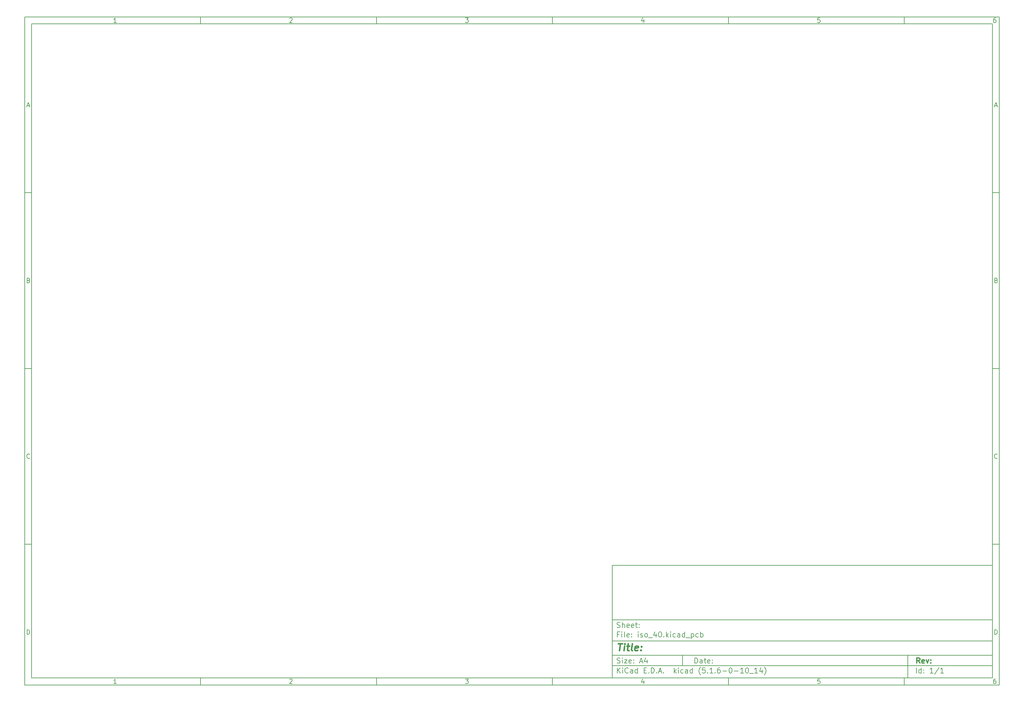
<source format=gto>
%TF.GenerationSoftware,KiCad,Pcbnew,(5.1.6-0-10_14)*%
%TF.CreationDate,2020-07-22T14:13:02+10:00*%
%TF.ProjectId,iso_40,69736f5f-3430-42e6-9b69-6361645f7063,rev?*%
%TF.SameCoordinates,Original*%
%TF.FileFunction,Legend,Top*%
%TF.FilePolarity,Positive*%
%FSLAX46Y46*%
G04 Gerber Fmt 4.6, Leading zero omitted, Abs format (unit mm)*
G04 Created by KiCad (PCBNEW (5.1.6-0-10_14)) date 2020-07-22 14:13:02*
%MOMM*%
%LPD*%
G01*
G04 APERTURE LIST*
%ADD10C,0.100000*%
%ADD11C,0.150000*%
%ADD12C,0.300000*%
%ADD13C,0.400000*%
%ADD14C,4.087800*%
%ADD15C,1.850000*%
%ADD16O,1.800000X2.800000*%
%ADD17C,3.148000*%
G04 APERTURE END LIST*
D10*
D11*
X177002200Y-166007200D02*
X177002200Y-198007200D01*
X285002200Y-198007200D01*
X285002200Y-166007200D01*
X177002200Y-166007200D01*
D10*
D11*
X10000000Y-10000000D02*
X10000000Y-200007200D01*
X287002200Y-200007200D01*
X287002200Y-10000000D01*
X10000000Y-10000000D01*
D10*
D11*
X12000000Y-12000000D02*
X12000000Y-198007200D01*
X285002200Y-198007200D01*
X285002200Y-12000000D01*
X12000000Y-12000000D01*
D10*
D11*
X60000000Y-12000000D02*
X60000000Y-10000000D01*
D10*
D11*
X110000000Y-12000000D02*
X110000000Y-10000000D01*
D10*
D11*
X160000000Y-12000000D02*
X160000000Y-10000000D01*
D10*
D11*
X210000000Y-12000000D02*
X210000000Y-10000000D01*
D10*
D11*
X260000000Y-12000000D02*
X260000000Y-10000000D01*
D10*
D11*
X36065476Y-11588095D02*
X35322619Y-11588095D01*
X35694047Y-11588095D02*
X35694047Y-10288095D01*
X35570238Y-10473809D01*
X35446428Y-10597619D01*
X35322619Y-10659523D01*
D10*
D11*
X85322619Y-10411904D02*
X85384523Y-10350000D01*
X85508333Y-10288095D01*
X85817857Y-10288095D01*
X85941666Y-10350000D01*
X86003571Y-10411904D01*
X86065476Y-10535714D01*
X86065476Y-10659523D01*
X86003571Y-10845238D01*
X85260714Y-11588095D01*
X86065476Y-11588095D01*
D10*
D11*
X135260714Y-10288095D02*
X136065476Y-10288095D01*
X135632142Y-10783333D01*
X135817857Y-10783333D01*
X135941666Y-10845238D01*
X136003571Y-10907142D01*
X136065476Y-11030952D01*
X136065476Y-11340476D01*
X136003571Y-11464285D01*
X135941666Y-11526190D01*
X135817857Y-11588095D01*
X135446428Y-11588095D01*
X135322619Y-11526190D01*
X135260714Y-11464285D01*
D10*
D11*
X185941666Y-10721428D02*
X185941666Y-11588095D01*
X185632142Y-10226190D02*
X185322619Y-11154761D01*
X186127380Y-11154761D01*
D10*
D11*
X236003571Y-10288095D02*
X235384523Y-10288095D01*
X235322619Y-10907142D01*
X235384523Y-10845238D01*
X235508333Y-10783333D01*
X235817857Y-10783333D01*
X235941666Y-10845238D01*
X236003571Y-10907142D01*
X236065476Y-11030952D01*
X236065476Y-11340476D01*
X236003571Y-11464285D01*
X235941666Y-11526190D01*
X235817857Y-11588095D01*
X235508333Y-11588095D01*
X235384523Y-11526190D01*
X235322619Y-11464285D01*
D10*
D11*
X285941666Y-10288095D02*
X285694047Y-10288095D01*
X285570238Y-10350000D01*
X285508333Y-10411904D01*
X285384523Y-10597619D01*
X285322619Y-10845238D01*
X285322619Y-11340476D01*
X285384523Y-11464285D01*
X285446428Y-11526190D01*
X285570238Y-11588095D01*
X285817857Y-11588095D01*
X285941666Y-11526190D01*
X286003571Y-11464285D01*
X286065476Y-11340476D01*
X286065476Y-11030952D01*
X286003571Y-10907142D01*
X285941666Y-10845238D01*
X285817857Y-10783333D01*
X285570238Y-10783333D01*
X285446428Y-10845238D01*
X285384523Y-10907142D01*
X285322619Y-11030952D01*
D10*
D11*
X60000000Y-198007200D02*
X60000000Y-200007200D01*
D10*
D11*
X110000000Y-198007200D02*
X110000000Y-200007200D01*
D10*
D11*
X160000000Y-198007200D02*
X160000000Y-200007200D01*
D10*
D11*
X210000000Y-198007200D02*
X210000000Y-200007200D01*
D10*
D11*
X260000000Y-198007200D02*
X260000000Y-200007200D01*
D10*
D11*
X36065476Y-199595295D02*
X35322619Y-199595295D01*
X35694047Y-199595295D02*
X35694047Y-198295295D01*
X35570238Y-198481009D01*
X35446428Y-198604819D01*
X35322619Y-198666723D01*
D10*
D11*
X85322619Y-198419104D02*
X85384523Y-198357200D01*
X85508333Y-198295295D01*
X85817857Y-198295295D01*
X85941666Y-198357200D01*
X86003571Y-198419104D01*
X86065476Y-198542914D01*
X86065476Y-198666723D01*
X86003571Y-198852438D01*
X85260714Y-199595295D01*
X86065476Y-199595295D01*
D10*
D11*
X135260714Y-198295295D02*
X136065476Y-198295295D01*
X135632142Y-198790533D01*
X135817857Y-198790533D01*
X135941666Y-198852438D01*
X136003571Y-198914342D01*
X136065476Y-199038152D01*
X136065476Y-199347676D01*
X136003571Y-199471485D01*
X135941666Y-199533390D01*
X135817857Y-199595295D01*
X135446428Y-199595295D01*
X135322619Y-199533390D01*
X135260714Y-199471485D01*
D10*
D11*
X185941666Y-198728628D02*
X185941666Y-199595295D01*
X185632142Y-198233390D02*
X185322619Y-199161961D01*
X186127380Y-199161961D01*
D10*
D11*
X236003571Y-198295295D02*
X235384523Y-198295295D01*
X235322619Y-198914342D01*
X235384523Y-198852438D01*
X235508333Y-198790533D01*
X235817857Y-198790533D01*
X235941666Y-198852438D01*
X236003571Y-198914342D01*
X236065476Y-199038152D01*
X236065476Y-199347676D01*
X236003571Y-199471485D01*
X235941666Y-199533390D01*
X235817857Y-199595295D01*
X235508333Y-199595295D01*
X235384523Y-199533390D01*
X235322619Y-199471485D01*
D10*
D11*
X285941666Y-198295295D02*
X285694047Y-198295295D01*
X285570238Y-198357200D01*
X285508333Y-198419104D01*
X285384523Y-198604819D01*
X285322619Y-198852438D01*
X285322619Y-199347676D01*
X285384523Y-199471485D01*
X285446428Y-199533390D01*
X285570238Y-199595295D01*
X285817857Y-199595295D01*
X285941666Y-199533390D01*
X286003571Y-199471485D01*
X286065476Y-199347676D01*
X286065476Y-199038152D01*
X286003571Y-198914342D01*
X285941666Y-198852438D01*
X285817857Y-198790533D01*
X285570238Y-198790533D01*
X285446428Y-198852438D01*
X285384523Y-198914342D01*
X285322619Y-199038152D01*
D10*
D11*
X10000000Y-60000000D02*
X12000000Y-60000000D01*
D10*
D11*
X10000000Y-110000000D02*
X12000000Y-110000000D01*
D10*
D11*
X10000000Y-160000000D02*
X12000000Y-160000000D01*
D10*
D11*
X10690476Y-35216666D02*
X11309523Y-35216666D01*
X10566666Y-35588095D02*
X11000000Y-34288095D01*
X11433333Y-35588095D01*
D10*
D11*
X11092857Y-84907142D02*
X11278571Y-84969047D01*
X11340476Y-85030952D01*
X11402380Y-85154761D01*
X11402380Y-85340476D01*
X11340476Y-85464285D01*
X11278571Y-85526190D01*
X11154761Y-85588095D01*
X10659523Y-85588095D01*
X10659523Y-84288095D01*
X11092857Y-84288095D01*
X11216666Y-84350000D01*
X11278571Y-84411904D01*
X11340476Y-84535714D01*
X11340476Y-84659523D01*
X11278571Y-84783333D01*
X11216666Y-84845238D01*
X11092857Y-84907142D01*
X10659523Y-84907142D01*
D10*
D11*
X11402380Y-135464285D02*
X11340476Y-135526190D01*
X11154761Y-135588095D01*
X11030952Y-135588095D01*
X10845238Y-135526190D01*
X10721428Y-135402380D01*
X10659523Y-135278571D01*
X10597619Y-135030952D01*
X10597619Y-134845238D01*
X10659523Y-134597619D01*
X10721428Y-134473809D01*
X10845238Y-134350000D01*
X11030952Y-134288095D01*
X11154761Y-134288095D01*
X11340476Y-134350000D01*
X11402380Y-134411904D01*
D10*
D11*
X10659523Y-185588095D02*
X10659523Y-184288095D01*
X10969047Y-184288095D01*
X11154761Y-184350000D01*
X11278571Y-184473809D01*
X11340476Y-184597619D01*
X11402380Y-184845238D01*
X11402380Y-185030952D01*
X11340476Y-185278571D01*
X11278571Y-185402380D01*
X11154761Y-185526190D01*
X10969047Y-185588095D01*
X10659523Y-185588095D01*
D10*
D11*
X287002200Y-60000000D02*
X285002200Y-60000000D01*
D10*
D11*
X287002200Y-110000000D02*
X285002200Y-110000000D01*
D10*
D11*
X287002200Y-160000000D02*
X285002200Y-160000000D01*
D10*
D11*
X285692676Y-35216666D02*
X286311723Y-35216666D01*
X285568866Y-35588095D02*
X286002200Y-34288095D01*
X286435533Y-35588095D01*
D10*
D11*
X286095057Y-84907142D02*
X286280771Y-84969047D01*
X286342676Y-85030952D01*
X286404580Y-85154761D01*
X286404580Y-85340476D01*
X286342676Y-85464285D01*
X286280771Y-85526190D01*
X286156961Y-85588095D01*
X285661723Y-85588095D01*
X285661723Y-84288095D01*
X286095057Y-84288095D01*
X286218866Y-84350000D01*
X286280771Y-84411904D01*
X286342676Y-84535714D01*
X286342676Y-84659523D01*
X286280771Y-84783333D01*
X286218866Y-84845238D01*
X286095057Y-84907142D01*
X285661723Y-84907142D01*
D10*
D11*
X286404580Y-135464285D02*
X286342676Y-135526190D01*
X286156961Y-135588095D01*
X286033152Y-135588095D01*
X285847438Y-135526190D01*
X285723628Y-135402380D01*
X285661723Y-135278571D01*
X285599819Y-135030952D01*
X285599819Y-134845238D01*
X285661723Y-134597619D01*
X285723628Y-134473809D01*
X285847438Y-134350000D01*
X286033152Y-134288095D01*
X286156961Y-134288095D01*
X286342676Y-134350000D01*
X286404580Y-134411904D01*
D10*
D11*
X285661723Y-185588095D02*
X285661723Y-184288095D01*
X285971247Y-184288095D01*
X286156961Y-184350000D01*
X286280771Y-184473809D01*
X286342676Y-184597619D01*
X286404580Y-184845238D01*
X286404580Y-185030952D01*
X286342676Y-185278571D01*
X286280771Y-185402380D01*
X286156961Y-185526190D01*
X285971247Y-185588095D01*
X285661723Y-185588095D01*
D10*
D11*
X200434342Y-193785771D02*
X200434342Y-192285771D01*
X200791485Y-192285771D01*
X201005771Y-192357200D01*
X201148628Y-192500057D01*
X201220057Y-192642914D01*
X201291485Y-192928628D01*
X201291485Y-193142914D01*
X201220057Y-193428628D01*
X201148628Y-193571485D01*
X201005771Y-193714342D01*
X200791485Y-193785771D01*
X200434342Y-193785771D01*
X202577200Y-193785771D02*
X202577200Y-193000057D01*
X202505771Y-192857200D01*
X202362914Y-192785771D01*
X202077200Y-192785771D01*
X201934342Y-192857200D01*
X202577200Y-193714342D02*
X202434342Y-193785771D01*
X202077200Y-193785771D01*
X201934342Y-193714342D01*
X201862914Y-193571485D01*
X201862914Y-193428628D01*
X201934342Y-193285771D01*
X202077200Y-193214342D01*
X202434342Y-193214342D01*
X202577200Y-193142914D01*
X203077200Y-192785771D02*
X203648628Y-192785771D01*
X203291485Y-192285771D02*
X203291485Y-193571485D01*
X203362914Y-193714342D01*
X203505771Y-193785771D01*
X203648628Y-193785771D01*
X204720057Y-193714342D02*
X204577200Y-193785771D01*
X204291485Y-193785771D01*
X204148628Y-193714342D01*
X204077200Y-193571485D01*
X204077200Y-193000057D01*
X204148628Y-192857200D01*
X204291485Y-192785771D01*
X204577200Y-192785771D01*
X204720057Y-192857200D01*
X204791485Y-193000057D01*
X204791485Y-193142914D01*
X204077200Y-193285771D01*
X205434342Y-193642914D02*
X205505771Y-193714342D01*
X205434342Y-193785771D01*
X205362914Y-193714342D01*
X205434342Y-193642914D01*
X205434342Y-193785771D01*
X205434342Y-192857200D02*
X205505771Y-192928628D01*
X205434342Y-193000057D01*
X205362914Y-192928628D01*
X205434342Y-192857200D01*
X205434342Y-193000057D01*
D10*
D11*
X177002200Y-194507200D02*
X285002200Y-194507200D01*
D10*
D11*
X178434342Y-196585771D02*
X178434342Y-195085771D01*
X179291485Y-196585771D02*
X178648628Y-195728628D01*
X179291485Y-195085771D02*
X178434342Y-195942914D01*
X179934342Y-196585771D02*
X179934342Y-195585771D01*
X179934342Y-195085771D02*
X179862914Y-195157200D01*
X179934342Y-195228628D01*
X180005771Y-195157200D01*
X179934342Y-195085771D01*
X179934342Y-195228628D01*
X181505771Y-196442914D02*
X181434342Y-196514342D01*
X181220057Y-196585771D01*
X181077200Y-196585771D01*
X180862914Y-196514342D01*
X180720057Y-196371485D01*
X180648628Y-196228628D01*
X180577200Y-195942914D01*
X180577200Y-195728628D01*
X180648628Y-195442914D01*
X180720057Y-195300057D01*
X180862914Y-195157200D01*
X181077200Y-195085771D01*
X181220057Y-195085771D01*
X181434342Y-195157200D01*
X181505771Y-195228628D01*
X182791485Y-196585771D02*
X182791485Y-195800057D01*
X182720057Y-195657200D01*
X182577200Y-195585771D01*
X182291485Y-195585771D01*
X182148628Y-195657200D01*
X182791485Y-196514342D02*
X182648628Y-196585771D01*
X182291485Y-196585771D01*
X182148628Y-196514342D01*
X182077200Y-196371485D01*
X182077200Y-196228628D01*
X182148628Y-196085771D01*
X182291485Y-196014342D01*
X182648628Y-196014342D01*
X182791485Y-195942914D01*
X184148628Y-196585771D02*
X184148628Y-195085771D01*
X184148628Y-196514342D02*
X184005771Y-196585771D01*
X183720057Y-196585771D01*
X183577200Y-196514342D01*
X183505771Y-196442914D01*
X183434342Y-196300057D01*
X183434342Y-195871485D01*
X183505771Y-195728628D01*
X183577200Y-195657200D01*
X183720057Y-195585771D01*
X184005771Y-195585771D01*
X184148628Y-195657200D01*
X186005771Y-195800057D02*
X186505771Y-195800057D01*
X186720057Y-196585771D02*
X186005771Y-196585771D01*
X186005771Y-195085771D01*
X186720057Y-195085771D01*
X187362914Y-196442914D02*
X187434342Y-196514342D01*
X187362914Y-196585771D01*
X187291485Y-196514342D01*
X187362914Y-196442914D01*
X187362914Y-196585771D01*
X188077200Y-196585771D02*
X188077200Y-195085771D01*
X188434342Y-195085771D01*
X188648628Y-195157200D01*
X188791485Y-195300057D01*
X188862914Y-195442914D01*
X188934342Y-195728628D01*
X188934342Y-195942914D01*
X188862914Y-196228628D01*
X188791485Y-196371485D01*
X188648628Y-196514342D01*
X188434342Y-196585771D01*
X188077200Y-196585771D01*
X189577200Y-196442914D02*
X189648628Y-196514342D01*
X189577200Y-196585771D01*
X189505771Y-196514342D01*
X189577200Y-196442914D01*
X189577200Y-196585771D01*
X190220057Y-196157200D02*
X190934342Y-196157200D01*
X190077200Y-196585771D02*
X190577200Y-195085771D01*
X191077200Y-196585771D01*
X191577200Y-196442914D02*
X191648628Y-196514342D01*
X191577200Y-196585771D01*
X191505771Y-196514342D01*
X191577200Y-196442914D01*
X191577200Y-196585771D01*
X194577200Y-196585771D02*
X194577200Y-195085771D01*
X194720057Y-196014342D02*
X195148628Y-196585771D01*
X195148628Y-195585771D02*
X194577200Y-196157200D01*
X195791485Y-196585771D02*
X195791485Y-195585771D01*
X195791485Y-195085771D02*
X195720057Y-195157200D01*
X195791485Y-195228628D01*
X195862914Y-195157200D01*
X195791485Y-195085771D01*
X195791485Y-195228628D01*
X197148628Y-196514342D02*
X197005771Y-196585771D01*
X196720057Y-196585771D01*
X196577200Y-196514342D01*
X196505771Y-196442914D01*
X196434342Y-196300057D01*
X196434342Y-195871485D01*
X196505771Y-195728628D01*
X196577200Y-195657200D01*
X196720057Y-195585771D01*
X197005771Y-195585771D01*
X197148628Y-195657200D01*
X198434342Y-196585771D02*
X198434342Y-195800057D01*
X198362914Y-195657200D01*
X198220057Y-195585771D01*
X197934342Y-195585771D01*
X197791485Y-195657200D01*
X198434342Y-196514342D02*
X198291485Y-196585771D01*
X197934342Y-196585771D01*
X197791485Y-196514342D01*
X197720057Y-196371485D01*
X197720057Y-196228628D01*
X197791485Y-196085771D01*
X197934342Y-196014342D01*
X198291485Y-196014342D01*
X198434342Y-195942914D01*
X199791485Y-196585771D02*
X199791485Y-195085771D01*
X199791485Y-196514342D02*
X199648628Y-196585771D01*
X199362914Y-196585771D01*
X199220057Y-196514342D01*
X199148628Y-196442914D01*
X199077200Y-196300057D01*
X199077200Y-195871485D01*
X199148628Y-195728628D01*
X199220057Y-195657200D01*
X199362914Y-195585771D01*
X199648628Y-195585771D01*
X199791485Y-195657200D01*
X202077200Y-197157200D02*
X202005771Y-197085771D01*
X201862914Y-196871485D01*
X201791485Y-196728628D01*
X201720057Y-196514342D01*
X201648628Y-196157200D01*
X201648628Y-195871485D01*
X201720057Y-195514342D01*
X201791485Y-195300057D01*
X201862914Y-195157200D01*
X202005771Y-194942914D01*
X202077200Y-194871485D01*
X203362914Y-195085771D02*
X202648628Y-195085771D01*
X202577200Y-195800057D01*
X202648628Y-195728628D01*
X202791485Y-195657200D01*
X203148628Y-195657200D01*
X203291485Y-195728628D01*
X203362914Y-195800057D01*
X203434342Y-195942914D01*
X203434342Y-196300057D01*
X203362914Y-196442914D01*
X203291485Y-196514342D01*
X203148628Y-196585771D01*
X202791485Y-196585771D01*
X202648628Y-196514342D01*
X202577200Y-196442914D01*
X204077200Y-196442914D02*
X204148628Y-196514342D01*
X204077200Y-196585771D01*
X204005771Y-196514342D01*
X204077200Y-196442914D01*
X204077200Y-196585771D01*
X205577200Y-196585771D02*
X204720057Y-196585771D01*
X205148628Y-196585771D02*
X205148628Y-195085771D01*
X205005771Y-195300057D01*
X204862914Y-195442914D01*
X204720057Y-195514342D01*
X206220057Y-196442914D02*
X206291485Y-196514342D01*
X206220057Y-196585771D01*
X206148628Y-196514342D01*
X206220057Y-196442914D01*
X206220057Y-196585771D01*
X207577200Y-195085771D02*
X207291485Y-195085771D01*
X207148628Y-195157200D01*
X207077200Y-195228628D01*
X206934342Y-195442914D01*
X206862914Y-195728628D01*
X206862914Y-196300057D01*
X206934342Y-196442914D01*
X207005771Y-196514342D01*
X207148628Y-196585771D01*
X207434342Y-196585771D01*
X207577200Y-196514342D01*
X207648628Y-196442914D01*
X207720057Y-196300057D01*
X207720057Y-195942914D01*
X207648628Y-195800057D01*
X207577200Y-195728628D01*
X207434342Y-195657200D01*
X207148628Y-195657200D01*
X207005771Y-195728628D01*
X206934342Y-195800057D01*
X206862914Y-195942914D01*
X208362914Y-196014342D02*
X209505771Y-196014342D01*
X210505771Y-195085771D02*
X210648628Y-195085771D01*
X210791485Y-195157200D01*
X210862914Y-195228628D01*
X210934342Y-195371485D01*
X211005771Y-195657200D01*
X211005771Y-196014342D01*
X210934342Y-196300057D01*
X210862914Y-196442914D01*
X210791485Y-196514342D01*
X210648628Y-196585771D01*
X210505771Y-196585771D01*
X210362914Y-196514342D01*
X210291485Y-196442914D01*
X210220057Y-196300057D01*
X210148628Y-196014342D01*
X210148628Y-195657200D01*
X210220057Y-195371485D01*
X210291485Y-195228628D01*
X210362914Y-195157200D01*
X210505771Y-195085771D01*
X211648628Y-196014342D02*
X212791485Y-196014342D01*
X214291485Y-196585771D02*
X213434342Y-196585771D01*
X213862914Y-196585771D02*
X213862914Y-195085771D01*
X213720057Y-195300057D01*
X213577200Y-195442914D01*
X213434342Y-195514342D01*
X215220057Y-195085771D02*
X215362914Y-195085771D01*
X215505771Y-195157200D01*
X215577200Y-195228628D01*
X215648628Y-195371485D01*
X215720057Y-195657200D01*
X215720057Y-196014342D01*
X215648628Y-196300057D01*
X215577200Y-196442914D01*
X215505771Y-196514342D01*
X215362914Y-196585771D01*
X215220057Y-196585771D01*
X215077200Y-196514342D01*
X215005771Y-196442914D01*
X214934342Y-196300057D01*
X214862914Y-196014342D01*
X214862914Y-195657200D01*
X214934342Y-195371485D01*
X215005771Y-195228628D01*
X215077200Y-195157200D01*
X215220057Y-195085771D01*
X216005771Y-196728628D02*
X217148628Y-196728628D01*
X218291485Y-196585771D02*
X217434342Y-196585771D01*
X217862914Y-196585771D02*
X217862914Y-195085771D01*
X217720057Y-195300057D01*
X217577200Y-195442914D01*
X217434342Y-195514342D01*
X219577200Y-195585771D02*
X219577200Y-196585771D01*
X219220057Y-195014342D02*
X218862914Y-196085771D01*
X219791485Y-196085771D01*
X220220057Y-197157200D02*
X220291485Y-197085771D01*
X220434342Y-196871485D01*
X220505771Y-196728628D01*
X220577200Y-196514342D01*
X220648628Y-196157200D01*
X220648628Y-195871485D01*
X220577200Y-195514342D01*
X220505771Y-195300057D01*
X220434342Y-195157200D01*
X220291485Y-194942914D01*
X220220057Y-194871485D01*
D10*
D11*
X177002200Y-191507200D02*
X285002200Y-191507200D01*
D10*
D12*
X264411485Y-193785771D02*
X263911485Y-193071485D01*
X263554342Y-193785771D02*
X263554342Y-192285771D01*
X264125771Y-192285771D01*
X264268628Y-192357200D01*
X264340057Y-192428628D01*
X264411485Y-192571485D01*
X264411485Y-192785771D01*
X264340057Y-192928628D01*
X264268628Y-193000057D01*
X264125771Y-193071485D01*
X263554342Y-193071485D01*
X265625771Y-193714342D02*
X265482914Y-193785771D01*
X265197200Y-193785771D01*
X265054342Y-193714342D01*
X264982914Y-193571485D01*
X264982914Y-193000057D01*
X265054342Y-192857200D01*
X265197200Y-192785771D01*
X265482914Y-192785771D01*
X265625771Y-192857200D01*
X265697200Y-193000057D01*
X265697200Y-193142914D01*
X264982914Y-193285771D01*
X266197200Y-192785771D02*
X266554342Y-193785771D01*
X266911485Y-192785771D01*
X267482914Y-193642914D02*
X267554342Y-193714342D01*
X267482914Y-193785771D01*
X267411485Y-193714342D01*
X267482914Y-193642914D01*
X267482914Y-193785771D01*
X267482914Y-192857200D02*
X267554342Y-192928628D01*
X267482914Y-193000057D01*
X267411485Y-192928628D01*
X267482914Y-192857200D01*
X267482914Y-193000057D01*
D10*
D11*
X178362914Y-193714342D02*
X178577200Y-193785771D01*
X178934342Y-193785771D01*
X179077200Y-193714342D01*
X179148628Y-193642914D01*
X179220057Y-193500057D01*
X179220057Y-193357200D01*
X179148628Y-193214342D01*
X179077200Y-193142914D01*
X178934342Y-193071485D01*
X178648628Y-193000057D01*
X178505771Y-192928628D01*
X178434342Y-192857200D01*
X178362914Y-192714342D01*
X178362914Y-192571485D01*
X178434342Y-192428628D01*
X178505771Y-192357200D01*
X178648628Y-192285771D01*
X179005771Y-192285771D01*
X179220057Y-192357200D01*
X179862914Y-193785771D02*
X179862914Y-192785771D01*
X179862914Y-192285771D02*
X179791485Y-192357200D01*
X179862914Y-192428628D01*
X179934342Y-192357200D01*
X179862914Y-192285771D01*
X179862914Y-192428628D01*
X180434342Y-192785771D02*
X181220057Y-192785771D01*
X180434342Y-193785771D01*
X181220057Y-193785771D01*
X182362914Y-193714342D02*
X182220057Y-193785771D01*
X181934342Y-193785771D01*
X181791485Y-193714342D01*
X181720057Y-193571485D01*
X181720057Y-193000057D01*
X181791485Y-192857200D01*
X181934342Y-192785771D01*
X182220057Y-192785771D01*
X182362914Y-192857200D01*
X182434342Y-193000057D01*
X182434342Y-193142914D01*
X181720057Y-193285771D01*
X183077200Y-193642914D02*
X183148628Y-193714342D01*
X183077200Y-193785771D01*
X183005771Y-193714342D01*
X183077200Y-193642914D01*
X183077200Y-193785771D01*
X183077200Y-192857200D02*
X183148628Y-192928628D01*
X183077200Y-193000057D01*
X183005771Y-192928628D01*
X183077200Y-192857200D01*
X183077200Y-193000057D01*
X184862914Y-193357200D02*
X185577200Y-193357200D01*
X184720057Y-193785771D02*
X185220057Y-192285771D01*
X185720057Y-193785771D01*
X186862914Y-192785771D02*
X186862914Y-193785771D01*
X186505771Y-192214342D02*
X186148628Y-193285771D01*
X187077200Y-193285771D01*
D10*
D11*
X263434342Y-196585771D02*
X263434342Y-195085771D01*
X264791485Y-196585771D02*
X264791485Y-195085771D01*
X264791485Y-196514342D02*
X264648628Y-196585771D01*
X264362914Y-196585771D01*
X264220057Y-196514342D01*
X264148628Y-196442914D01*
X264077200Y-196300057D01*
X264077200Y-195871485D01*
X264148628Y-195728628D01*
X264220057Y-195657200D01*
X264362914Y-195585771D01*
X264648628Y-195585771D01*
X264791485Y-195657200D01*
X265505771Y-196442914D02*
X265577200Y-196514342D01*
X265505771Y-196585771D01*
X265434342Y-196514342D01*
X265505771Y-196442914D01*
X265505771Y-196585771D01*
X265505771Y-195657200D02*
X265577200Y-195728628D01*
X265505771Y-195800057D01*
X265434342Y-195728628D01*
X265505771Y-195657200D01*
X265505771Y-195800057D01*
X268148628Y-196585771D02*
X267291485Y-196585771D01*
X267720057Y-196585771D02*
X267720057Y-195085771D01*
X267577200Y-195300057D01*
X267434342Y-195442914D01*
X267291485Y-195514342D01*
X269862914Y-195014342D02*
X268577200Y-196942914D01*
X271148628Y-196585771D02*
X270291485Y-196585771D01*
X270720057Y-196585771D02*
X270720057Y-195085771D01*
X270577200Y-195300057D01*
X270434342Y-195442914D01*
X270291485Y-195514342D01*
D10*
D11*
X177002200Y-187507200D02*
X285002200Y-187507200D01*
D10*
D13*
X178714580Y-188211961D02*
X179857438Y-188211961D01*
X179036009Y-190211961D02*
X179286009Y-188211961D01*
X180274104Y-190211961D02*
X180440771Y-188878628D01*
X180524104Y-188211961D02*
X180416961Y-188307200D01*
X180500295Y-188402438D01*
X180607438Y-188307200D01*
X180524104Y-188211961D01*
X180500295Y-188402438D01*
X181107438Y-188878628D02*
X181869342Y-188878628D01*
X181476485Y-188211961D02*
X181262200Y-189926247D01*
X181333628Y-190116723D01*
X181512200Y-190211961D01*
X181702676Y-190211961D01*
X182655057Y-190211961D02*
X182476485Y-190116723D01*
X182405057Y-189926247D01*
X182619342Y-188211961D01*
X184190771Y-190116723D02*
X183988390Y-190211961D01*
X183607438Y-190211961D01*
X183428866Y-190116723D01*
X183357438Y-189926247D01*
X183452676Y-189164342D01*
X183571723Y-188973866D01*
X183774104Y-188878628D01*
X184155057Y-188878628D01*
X184333628Y-188973866D01*
X184405057Y-189164342D01*
X184381247Y-189354819D01*
X183405057Y-189545295D01*
X185155057Y-190021485D02*
X185238390Y-190116723D01*
X185131247Y-190211961D01*
X185047914Y-190116723D01*
X185155057Y-190021485D01*
X185131247Y-190211961D01*
X185286009Y-188973866D02*
X185369342Y-189069104D01*
X185262200Y-189164342D01*
X185178866Y-189069104D01*
X185286009Y-188973866D01*
X185262200Y-189164342D01*
D10*
D11*
X178934342Y-185600057D02*
X178434342Y-185600057D01*
X178434342Y-186385771D02*
X178434342Y-184885771D01*
X179148628Y-184885771D01*
X179720057Y-186385771D02*
X179720057Y-185385771D01*
X179720057Y-184885771D02*
X179648628Y-184957200D01*
X179720057Y-185028628D01*
X179791485Y-184957200D01*
X179720057Y-184885771D01*
X179720057Y-185028628D01*
X180648628Y-186385771D02*
X180505771Y-186314342D01*
X180434342Y-186171485D01*
X180434342Y-184885771D01*
X181791485Y-186314342D02*
X181648628Y-186385771D01*
X181362914Y-186385771D01*
X181220057Y-186314342D01*
X181148628Y-186171485D01*
X181148628Y-185600057D01*
X181220057Y-185457200D01*
X181362914Y-185385771D01*
X181648628Y-185385771D01*
X181791485Y-185457200D01*
X181862914Y-185600057D01*
X181862914Y-185742914D01*
X181148628Y-185885771D01*
X182505771Y-186242914D02*
X182577200Y-186314342D01*
X182505771Y-186385771D01*
X182434342Y-186314342D01*
X182505771Y-186242914D01*
X182505771Y-186385771D01*
X182505771Y-185457200D02*
X182577200Y-185528628D01*
X182505771Y-185600057D01*
X182434342Y-185528628D01*
X182505771Y-185457200D01*
X182505771Y-185600057D01*
X184362914Y-186385771D02*
X184362914Y-185385771D01*
X184362914Y-184885771D02*
X184291485Y-184957200D01*
X184362914Y-185028628D01*
X184434342Y-184957200D01*
X184362914Y-184885771D01*
X184362914Y-185028628D01*
X185005771Y-186314342D02*
X185148628Y-186385771D01*
X185434342Y-186385771D01*
X185577200Y-186314342D01*
X185648628Y-186171485D01*
X185648628Y-186100057D01*
X185577200Y-185957200D01*
X185434342Y-185885771D01*
X185220057Y-185885771D01*
X185077200Y-185814342D01*
X185005771Y-185671485D01*
X185005771Y-185600057D01*
X185077200Y-185457200D01*
X185220057Y-185385771D01*
X185434342Y-185385771D01*
X185577200Y-185457200D01*
X186505771Y-186385771D02*
X186362914Y-186314342D01*
X186291485Y-186242914D01*
X186220057Y-186100057D01*
X186220057Y-185671485D01*
X186291485Y-185528628D01*
X186362914Y-185457200D01*
X186505771Y-185385771D01*
X186720057Y-185385771D01*
X186862914Y-185457200D01*
X186934342Y-185528628D01*
X187005771Y-185671485D01*
X187005771Y-186100057D01*
X186934342Y-186242914D01*
X186862914Y-186314342D01*
X186720057Y-186385771D01*
X186505771Y-186385771D01*
X187291485Y-186528628D02*
X188434342Y-186528628D01*
X189434342Y-185385771D02*
X189434342Y-186385771D01*
X189077200Y-184814342D02*
X188720057Y-185885771D01*
X189648628Y-185885771D01*
X190505771Y-184885771D02*
X190648628Y-184885771D01*
X190791485Y-184957200D01*
X190862914Y-185028628D01*
X190934342Y-185171485D01*
X191005771Y-185457200D01*
X191005771Y-185814342D01*
X190934342Y-186100057D01*
X190862914Y-186242914D01*
X190791485Y-186314342D01*
X190648628Y-186385771D01*
X190505771Y-186385771D01*
X190362914Y-186314342D01*
X190291485Y-186242914D01*
X190220057Y-186100057D01*
X190148628Y-185814342D01*
X190148628Y-185457200D01*
X190220057Y-185171485D01*
X190291485Y-185028628D01*
X190362914Y-184957200D01*
X190505771Y-184885771D01*
X191648628Y-186242914D02*
X191720057Y-186314342D01*
X191648628Y-186385771D01*
X191577200Y-186314342D01*
X191648628Y-186242914D01*
X191648628Y-186385771D01*
X192362914Y-186385771D02*
X192362914Y-184885771D01*
X192505771Y-185814342D02*
X192934342Y-186385771D01*
X192934342Y-185385771D02*
X192362914Y-185957200D01*
X193577200Y-186385771D02*
X193577200Y-185385771D01*
X193577200Y-184885771D02*
X193505771Y-184957200D01*
X193577200Y-185028628D01*
X193648628Y-184957200D01*
X193577200Y-184885771D01*
X193577200Y-185028628D01*
X194934342Y-186314342D02*
X194791485Y-186385771D01*
X194505771Y-186385771D01*
X194362914Y-186314342D01*
X194291485Y-186242914D01*
X194220057Y-186100057D01*
X194220057Y-185671485D01*
X194291485Y-185528628D01*
X194362914Y-185457200D01*
X194505771Y-185385771D01*
X194791485Y-185385771D01*
X194934342Y-185457200D01*
X196220057Y-186385771D02*
X196220057Y-185600057D01*
X196148628Y-185457200D01*
X196005771Y-185385771D01*
X195720057Y-185385771D01*
X195577200Y-185457200D01*
X196220057Y-186314342D02*
X196077200Y-186385771D01*
X195720057Y-186385771D01*
X195577200Y-186314342D01*
X195505771Y-186171485D01*
X195505771Y-186028628D01*
X195577200Y-185885771D01*
X195720057Y-185814342D01*
X196077200Y-185814342D01*
X196220057Y-185742914D01*
X197577200Y-186385771D02*
X197577200Y-184885771D01*
X197577200Y-186314342D02*
X197434342Y-186385771D01*
X197148628Y-186385771D01*
X197005771Y-186314342D01*
X196934342Y-186242914D01*
X196862914Y-186100057D01*
X196862914Y-185671485D01*
X196934342Y-185528628D01*
X197005771Y-185457200D01*
X197148628Y-185385771D01*
X197434342Y-185385771D01*
X197577200Y-185457200D01*
X197934342Y-186528628D02*
X199077200Y-186528628D01*
X199434342Y-185385771D02*
X199434342Y-186885771D01*
X199434342Y-185457200D02*
X199577200Y-185385771D01*
X199862914Y-185385771D01*
X200005771Y-185457200D01*
X200077200Y-185528628D01*
X200148628Y-185671485D01*
X200148628Y-186100057D01*
X200077200Y-186242914D01*
X200005771Y-186314342D01*
X199862914Y-186385771D01*
X199577200Y-186385771D01*
X199434342Y-186314342D01*
X201434342Y-186314342D02*
X201291485Y-186385771D01*
X201005771Y-186385771D01*
X200862914Y-186314342D01*
X200791485Y-186242914D01*
X200720057Y-186100057D01*
X200720057Y-185671485D01*
X200791485Y-185528628D01*
X200862914Y-185457200D01*
X201005771Y-185385771D01*
X201291485Y-185385771D01*
X201434342Y-185457200D01*
X202077200Y-186385771D02*
X202077200Y-184885771D01*
X202077200Y-185457200D02*
X202220057Y-185385771D01*
X202505771Y-185385771D01*
X202648628Y-185457200D01*
X202720057Y-185528628D01*
X202791485Y-185671485D01*
X202791485Y-186100057D01*
X202720057Y-186242914D01*
X202648628Y-186314342D01*
X202505771Y-186385771D01*
X202220057Y-186385771D01*
X202077200Y-186314342D01*
D10*
D11*
X177002200Y-181507200D02*
X285002200Y-181507200D01*
D10*
D11*
X178362914Y-183614342D02*
X178577200Y-183685771D01*
X178934342Y-183685771D01*
X179077200Y-183614342D01*
X179148628Y-183542914D01*
X179220057Y-183400057D01*
X179220057Y-183257200D01*
X179148628Y-183114342D01*
X179077200Y-183042914D01*
X178934342Y-182971485D01*
X178648628Y-182900057D01*
X178505771Y-182828628D01*
X178434342Y-182757200D01*
X178362914Y-182614342D01*
X178362914Y-182471485D01*
X178434342Y-182328628D01*
X178505771Y-182257200D01*
X178648628Y-182185771D01*
X179005771Y-182185771D01*
X179220057Y-182257200D01*
X179862914Y-183685771D02*
X179862914Y-182185771D01*
X180505771Y-183685771D02*
X180505771Y-182900057D01*
X180434342Y-182757200D01*
X180291485Y-182685771D01*
X180077200Y-182685771D01*
X179934342Y-182757200D01*
X179862914Y-182828628D01*
X181791485Y-183614342D02*
X181648628Y-183685771D01*
X181362914Y-183685771D01*
X181220057Y-183614342D01*
X181148628Y-183471485D01*
X181148628Y-182900057D01*
X181220057Y-182757200D01*
X181362914Y-182685771D01*
X181648628Y-182685771D01*
X181791485Y-182757200D01*
X181862914Y-182900057D01*
X181862914Y-183042914D01*
X181148628Y-183185771D01*
X183077200Y-183614342D02*
X182934342Y-183685771D01*
X182648628Y-183685771D01*
X182505771Y-183614342D01*
X182434342Y-183471485D01*
X182434342Y-182900057D01*
X182505771Y-182757200D01*
X182648628Y-182685771D01*
X182934342Y-182685771D01*
X183077200Y-182757200D01*
X183148628Y-182900057D01*
X183148628Y-183042914D01*
X182434342Y-183185771D01*
X183577200Y-182685771D02*
X184148628Y-182685771D01*
X183791485Y-182185771D02*
X183791485Y-183471485D01*
X183862914Y-183614342D01*
X184005771Y-183685771D01*
X184148628Y-183685771D01*
X184648628Y-183542914D02*
X184720057Y-183614342D01*
X184648628Y-183685771D01*
X184577200Y-183614342D01*
X184648628Y-183542914D01*
X184648628Y-183685771D01*
X184648628Y-182757200D02*
X184720057Y-182828628D01*
X184648628Y-182900057D01*
X184577200Y-182828628D01*
X184648628Y-182757200D01*
X184648628Y-182900057D01*
D10*
D11*
X197002200Y-191507200D02*
X197002200Y-194507200D01*
D10*
D11*
X261002200Y-191507200D02*
X261002200Y-198007200D01*
%LPC*%
D14*
%TO.C,MX2*%
X52387500Y-33337500D03*
D15*
X47307500Y-33337500D03*
X57467500Y-33337500D03*
%TD*%
D14*
%TO.C,MX24*%
X38100000Y-71437500D03*
D15*
X33020000Y-71437500D03*
X43180000Y-71437500D03*
%TD*%
D14*
%TO.C,MX23*%
X228600000Y-52387500D03*
D15*
X223520000Y-52387500D03*
X233680000Y-52387500D03*
%TD*%
D16*
%TO.C,USB1*%
X38418750Y-25400000D03*
X45718750Y-25400000D03*
X45718750Y-29900000D03*
X38418750Y-29900000D03*
%TD*%
D14*
%TO.C,MX40*%
X238125000Y-90487500D03*
D15*
X233045000Y-90487500D03*
X243205000Y-90487500D03*
%TD*%
D14*
%TO.C,MX39*%
X214312500Y-90487500D03*
D15*
X209232500Y-90487500D03*
X219392500Y-90487500D03*
%TD*%
D14*
%TO.C,MX38*%
X152400000Y-90487500D03*
D15*
X147320000Y-90487500D03*
X157480000Y-90487500D03*
D17*
X95250000Y-83502500D03*
X190500000Y-83502500D03*
D14*
X95250000Y-98742500D03*
X190500000Y-98742500D03*
%TD*%
%TO.C,MX37*%
X71437500Y-90487500D03*
D15*
X66357500Y-90487500D03*
X76517500Y-90487500D03*
%TD*%
D14*
%TO.C,MX36*%
X47625000Y-90487500D03*
D15*
X42545000Y-90487500D03*
X52705000Y-90487500D03*
%TD*%
D14*
%TO.C,MX35*%
X252412500Y-71437500D03*
D15*
X247332500Y-71437500D03*
X257492500Y-71437500D03*
%TD*%
D14*
%TO.C,MX34*%
X233362500Y-71437500D03*
D15*
X228282500Y-71437500D03*
X238442500Y-71437500D03*
%TD*%
D14*
%TO.C,MX33*%
X214312500Y-71437500D03*
D15*
X209232500Y-71437500D03*
X219392500Y-71437500D03*
%TD*%
D14*
%TO.C,MX32*%
X195262500Y-71437500D03*
D15*
X190182500Y-71437500D03*
X200342500Y-71437500D03*
%TD*%
D14*
%TO.C,MX31*%
X176212500Y-71437500D03*
D15*
X171132500Y-71437500D03*
X181292500Y-71437500D03*
%TD*%
D14*
%TO.C,MX30*%
X157162500Y-71437500D03*
D15*
X152082500Y-71437500D03*
X162242500Y-71437500D03*
%TD*%
D14*
%TO.C,MX29*%
X138112500Y-71437500D03*
D15*
X133032500Y-71437500D03*
X143192500Y-71437500D03*
%TD*%
D14*
%TO.C,MX28*%
X119062500Y-71437500D03*
D15*
X113982500Y-71437500D03*
X124142500Y-71437500D03*
%TD*%
D14*
%TO.C,MX27*%
X100012500Y-71437500D03*
D15*
X94932500Y-71437500D03*
X105092500Y-71437500D03*
%TD*%
D14*
%TO.C,MX26*%
X80962500Y-71437500D03*
D15*
X75882500Y-71437500D03*
X86042500Y-71437500D03*
%TD*%
D14*
%TO.C,MX25*%
X61912500Y-71437500D03*
D15*
X56832500Y-71437500D03*
X66992500Y-71437500D03*
%TD*%
D14*
%TO.C,MX22*%
X209550000Y-52387500D03*
D15*
X204470000Y-52387500D03*
X214630000Y-52387500D03*
%TD*%
D14*
%TO.C,MX21*%
X190500000Y-52387500D03*
D15*
X185420000Y-52387500D03*
X195580000Y-52387500D03*
%TD*%
D14*
%TO.C,MX20*%
X171450000Y-52387500D03*
D15*
X166370000Y-52387500D03*
X176530000Y-52387500D03*
%TD*%
D14*
%TO.C,MX19*%
X152400000Y-52387500D03*
D15*
X147320000Y-52387500D03*
X157480000Y-52387500D03*
%TD*%
D14*
%TO.C,MX18*%
X133350000Y-52387500D03*
D15*
X128270000Y-52387500D03*
X138430000Y-52387500D03*
%TD*%
D14*
%TO.C,MX17*%
X114300000Y-52387500D03*
D15*
X109220000Y-52387500D03*
X119380000Y-52387500D03*
%TD*%
D14*
%TO.C,MX16*%
X95250000Y-52387500D03*
D15*
X90170000Y-52387500D03*
X100330000Y-52387500D03*
%TD*%
D14*
%TO.C,MX15*%
X76200000Y-52387500D03*
D15*
X71120000Y-52387500D03*
X81280000Y-52387500D03*
%TD*%
D14*
%TO.C,MX14*%
X57150000Y-52387500D03*
D15*
X52070000Y-52387500D03*
X62230000Y-52387500D03*
%TD*%
D14*
%TO.C,MX13*%
X35718750Y-52387500D03*
D15*
X30638750Y-52387500D03*
X40798750Y-52387500D03*
%TD*%
D14*
%TO.C,MX12*%
X258286250Y-30924500D03*
X258286250Y-54800500D03*
D17*
X243046250Y-30924500D03*
X243046250Y-54800500D03*
D15*
X255111250Y-42862500D03*
X244951250Y-42862500D03*
D14*
X250031250Y-42862500D03*
%TD*%
%TO.C,MX11*%
X223837500Y-33337500D03*
D15*
X218757500Y-33337500D03*
X228917500Y-33337500D03*
%TD*%
D14*
%TO.C,MX10*%
X204787500Y-33337500D03*
D15*
X199707500Y-33337500D03*
X209867500Y-33337500D03*
%TD*%
D14*
%TO.C,MX9*%
X185737500Y-33337500D03*
D15*
X180657500Y-33337500D03*
X190817500Y-33337500D03*
%TD*%
D14*
%TO.C,MX8*%
X166687500Y-33337500D03*
D15*
X161607500Y-33337500D03*
X171767500Y-33337500D03*
%TD*%
D14*
%TO.C,MX7*%
X147637500Y-33337500D03*
D15*
X142557500Y-33337500D03*
X152717500Y-33337500D03*
%TD*%
D14*
%TO.C,MX6*%
X128587500Y-33337500D03*
D15*
X123507500Y-33337500D03*
X133667500Y-33337500D03*
%TD*%
D14*
%TO.C,MX5*%
X109537500Y-33337500D03*
D15*
X104457500Y-33337500D03*
X114617500Y-33337500D03*
%TD*%
D14*
%TO.C,MX4*%
X90487500Y-33337500D03*
D15*
X85407500Y-33337500D03*
X95567500Y-33337500D03*
%TD*%
D14*
%TO.C,MX3*%
X71437500Y-33337500D03*
D15*
X66357500Y-33337500D03*
X76517500Y-33337500D03*
%TD*%
D14*
%TO.C,MX1*%
X33337500Y-33337500D03*
D15*
X28257500Y-33337500D03*
X38417500Y-33337500D03*
%TD*%
M02*

</source>
